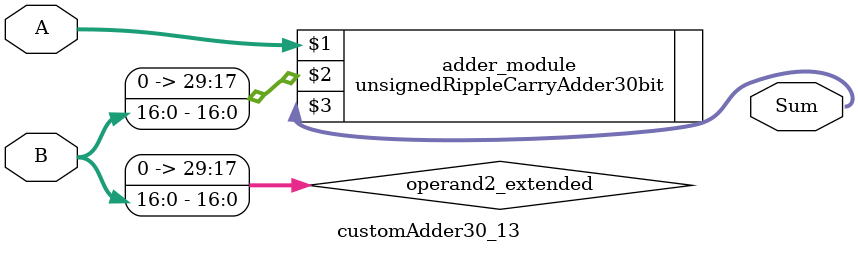
<source format=v>

module customAdder30_13(
                    input [29 : 0] A,
                    input [16 : 0] B,
                    
                    output [30 : 0] Sum
            );

    wire [29 : 0] operand2_extended;
    
    assign operand2_extended =  {13'b0, B};
    
    unsignedRippleCarryAdder30bit adder_module(
        A,
        operand2_extended,
        Sum
    );
    
endmodule
        
</source>
